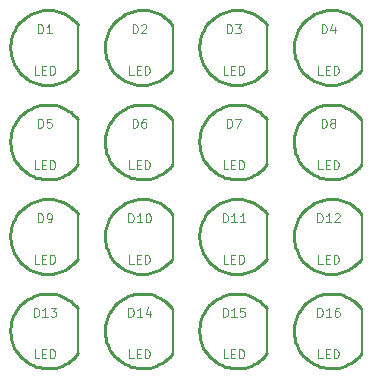
<source format=gto>
G04 (created by PCBNEW-RS274X (2011-aug-04)-testing) date Thu 14 Mar 2013 05:21:25 PM PDT*
G01*
G70*
G90*
%MOIN*%
G04 Gerber Fmt 3.4, Leading zero omitted, Abs format*
%FSLAX34Y34*%
G04 APERTURE LIST*
%ADD10C,0.006000*%
%ADD11C,0.008000*%
%ADD12C,0.010000*%
%ADD13C,0.003500*%
G04 APERTURE END LIST*
G54D10*
G54D11*
X22695Y-22325D02*
X22695Y-20825D01*
G54D12*
X22674Y-20825D02*
X22605Y-20741D01*
X22529Y-20663D01*
X22446Y-20592D01*
X22357Y-20528D01*
X22263Y-20473D01*
X22165Y-20426D01*
X22063Y-20387D01*
X21958Y-20358D01*
X21851Y-20338D01*
X21742Y-20327D01*
X21634Y-20326D01*
X21525Y-20335D01*
X21418Y-20352D01*
X21312Y-20379D01*
X21209Y-20416D01*
X21110Y-20461D01*
X21015Y-20514D01*
X20925Y-20576D01*
X20841Y-20645D01*
X20763Y-20721D01*
X20692Y-20804D01*
X20628Y-20893D01*
X20573Y-20987D01*
X20526Y-21085D01*
X20487Y-21187D01*
X20458Y-21292D01*
X20438Y-21399D01*
X20427Y-21508D01*
X20426Y-21616D01*
X20435Y-21725D01*
X20452Y-21832D01*
X20479Y-21938D01*
X20516Y-22041D01*
X20561Y-22140D01*
X20614Y-22235D01*
X20676Y-22325D01*
X20745Y-22409D01*
X20821Y-22487D01*
X20904Y-22558D01*
X20993Y-22622D01*
X21087Y-22677D01*
X21185Y-22724D01*
X21287Y-22763D01*
X21392Y-22792D01*
X21499Y-22812D01*
X21608Y-22823D01*
X21716Y-22824D01*
X21825Y-22815D01*
X21932Y-22798D01*
X22038Y-22771D01*
X22141Y-22734D01*
X22240Y-22689D01*
X22335Y-22636D01*
X22425Y-22574D01*
X22509Y-22505D01*
X22587Y-22429D01*
X22658Y-22346D01*
X22674Y-22325D01*
G54D11*
X25844Y-22325D02*
X25844Y-20825D01*
G54D12*
X25823Y-20825D02*
X25754Y-20741D01*
X25678Y-20663D01*
X25595Y-20592D01*
X25506Y-20528D01*
X25412Y-20473D01*
X25314Y-20426D01*
X25212Y-20387D01*
X25107Y-20358D01*
X25000Y-20338D01*
X24891Y-20327D01*
X24783Y-20326D01*
X24674Y-20335D01*
X24567Y-20352D01*
X24461Y-20379D01*
X24358Y-20416D01*
X24259Y-20461D01*
X24164Y-20514D01*
X24074Y-20576D01*
X23990Y-20645D01*
X23912Y-20721D01*
X23841Y-20804D01*
X23777Y-20893D01*
X23722Y-20987D01*
X23675Y-21085D01*
X23636Y-21187D01*
X23607Y-21292D01*
X23587Y-21399D01*
X23576Y-21508D01*
X23575Y-21616D01*
X23584Y-21725D01*
X23601Y-21832D01*
X23628Y-21938D01*
X23665Y-22041D01*
X23710Y-22140D01*
X23763Y-22235D01*
X23825Y-22325D01*
X23894Y-22409D01*
X23970Y-22487D01*
X24053Y-22558D01*
X24142Y-22622D01*
X24236Y-22677D01*
X24334Y-22724D01*
X24436Y-22763D01*
X24541Y-22792D01*
X24648Y-22812D01*
X24757Y-22823D01*
X24865Y-22824D01*
X24974Y-22815D01*
X25081Y-22798D01*
X25187Y-22771D01*
X25290Y-22734D01*
X25389Y-22689D01*
X25484Y-22636D01*
X25574Y-22574D01*
X25658Y-22505D01*
X25736Y-22429D01*
X25807Y-22346D01*
X25823Y-22325D01*
G54D11*
X28994Y-22325D02*
X28994Y-20825D01*
G54D12*
X28973Y-20825D02*
X28904Y-20741D01*
X28828Y-20663D01*
X28745Y-20592D01*
X28656Y-20528D01*
X28562Y-20473D01*
X28464Y-20426D01*
X28362Y-20387D01*
X28257Y-20358D01*
X28150Y-20338D01*
X28041Y-20327D01*
X27933Y-20326D01*
X27824Y-20335D01*
X27717Y-20352D01*
X27611Y-20379D01*
X27508Y-20416D01*
X27409Y-20461D01*
X27314Y-20514D01*
X27224Y-20576D01*
X27140Y-20645D01*
X27062Y-20721D01*
X26991Y-20804D01*
X26927Y-20893D01*
X26872Y-20987D01*
X26825Y-21085D01*
X26786Y-21187D01*
X26757Y-21292D01*
X26737Y-21399D01*
X26726Y-21508D01*
X26725Y-21616D01*
X26734Y-21725D01*
X26751Y-21832D01*
X26778Y-21938D01*
X26815Y-22041D01*
X26860Y-22140D01*
X26913Y-22235D01*
X26975Y-22325D01*
X27044Y-22409D01*
X27120Y-22487D01*
X27203Y-22558D01*
X27292Y-22622D01*
X27386Y-22677D01*
X27484Y-22724D01*
X27586Y-22763D01*
X27691Y-22792D01*
X27798Y-22812D01*
X27907Y-22823D01*
X28015Y-22824D01*
X28124Y-22815D01*
X28231Y-22798D01*
X28337Y-22771D01*
X28440Y-22734D01*
X28539Y-22689D01*
X28634Y-22636D01*
X28724Y-22574D01*
X28808Y-22505D01*
X28886Y-22429D01*
X28957Y-22346D01*
X28973Y-22325D01*
G54D11*
X32144Y-22325D02*
X32144Y-20825D01*
G54D12*
X32123Y-20825D02*
X32054Y-20741D01*
X31978Y-20663D01*
X31895Y-20592D01*
X31806Y-20528D01*
X31712Y-20473D01*
X31614Y-20426D01*
X31512Y-20387D01*
X31407Y-20358D01*
X31300Y-20338D01*
X31191Y-20327D01*
X31083Y-20326D01*
X30974Y-20335D01*
X30867Y-20352D01*
X30761Y-20379D01*
X30658Y-20416D01*
X30559Y-20461D01*
X30464Y-20514D01*
X30374Y-20576D01*
X30290Y-20645D01*
X30212Y-20721D01*
X30141Y-20804D01*
X30077Y-20893D01*
X30022Y-20987D01*
X29975Y-21085D01*
X29936Y-21187D01*
X29907Y-21292D01*
X29887Y-21399D01*
X29876Y-21508D01*
X29875Y-21616D01*
X29884Y-21725D01*
X29901Y-21832D01*
X29928Y-21938D01*
X29965Y-22041D01*
X30010Y-22140D01*
X30063Y-22235D01*
X30125Y-22325D01*
X30194Y-22409D01*
X30270Y-22487D01*
X30353Y-22558D01*
X30442Y-22622D01*
X30536Y-22677D01*
X30634Y-22724D01*
X30736Y-22763D01*
X30841Y-22792D01*
X30948Y-22812D01*
X31057Y-22823D01*
X31165Y-22824D01*
X31274Y-22815D01*
X31381Y-22798D01*
X31487Y-22771D01*
X31590Y-22734D01*
X31689Y-22689D01*
X31784Y-22636D01*
X31874Y-22574D01*
X31958Y-22505D01*
X32036Y-22429D01*
X32107Y-22346D01*
X32123Y-22325D01*
G54D11*
X22695Y-25474D02*
X22695Y-23974D01*
G54D12*
X22674Y-23974D02*
X22605Y-23890D01*
X22529Y-23812D01*
X22446Y-23741D01*
X22357Y-23677D01*
X22263Y-23622D01*
X22165Y-23575D01*
X22063Y-23536D01*
X21958Y-23507D01*
X21851Y-23487D01*
X21742Y-23476D01*
X21634Y-23475D01*
X21525Y-23484D01*
X21418Y-23501D01*
X21312Y-23528D01*
X21209Y-23565D01*
X21110Y-23610D01*
X21015Y-23663D01*
X20925Y-23725D01*
X20841Y-23794D01*
X20763Y-23870D01*
X20692Y-23953D01*
X20628Y-24042D01*
X20573Y-24136D01*
X20526Y-24234D01*
X20487Y-24336D01*
X20458Y-24441D01*
X20438Y-24548D01*
X20427Y-24657D01*
X20426Y-24765D01*
X20435Y-24874D01*
X20452Y-24981D01*
X20479Y-25087D01*
X20516Y-25190D01*
X20561Y-25289D01*
X20614Y-25384D01*
X20676Y-25474D01*
X20745Y-25558D01*
X20821Y-25636D01*
X20904Y-25707D01*
X20993Y-25771D01*
X21087Y-25826D01*
X21185Y-25873D01*
X21287Y-25912D01*
X21392Y-25941D01*
X21499Y-25961D01*
X21608Y-25972D01*
X21716Y-25973D01*
X21825Y-25964D01*
X21932Y-25947D01*
X22038Y-25920D01*
X22141Y-25883D01*
X22240Y-25838D01*
X22335Y-25785D01*
X22425Y-25723D01*
X22509Y-25654D01*
X22587Y-25578D01*
X22658Y-25495D01*
X22674Y-25474D01*
G54D11*
X25844Y-25474D02*
X25844Y-23974D01*
G54D12*
X25823Y-23974D02*
X25754Y-23890D01*
X25678Y-23812D01*
X25595Y-23741D01*
X25506Y-23677D01*
X25412Y-23622D01*
X25314Y-23575D01*
X25212Y-23536D01*
X25107Y-23507D01*
X25000Y-23487D01*
X24891Y-23476D01*
X24783Y-23475D01*
X24674Y-23484D01*
X24567Y-23501D01*
X24461Y-23528D01*
X24358Y-23565D01*
X24259Y-23610D01*
X24164Y-23663D01*
X24074Y-23725D01*
X23990Y-23794D01*
X23912Y-23870D01*
X23841Y-23953D01*
X23777Y-24042D01*
X23722Y-24136D01*
X23675Y-24234D01*
X23636Y-24336D01*
X23607Y-24441D01*
X23587Y-24548D01*
X23576Y-24657D01*
X23575Y-24765D01*
X23584Y-24874D01*
X23601Y-24981D01*
X23628Y-25087D01*
X23665Y-25190D01*
X23710Y-25289D01*
X23763Y-25384D01*
X23825Y-25474D01*
X23894Y-25558D01*
X23970Y-25636D01*
X24053Y-25707D01*
X24142Y-25771D01*
X24236Y-25826D01*
X24334Y-25873D01*
X24436Y-25912D01*
X24541Y-25941D01*
X24648Y-25961D01*
X24757Y-25972D01*
X24865Y-25973D01*
X24974Y-25964D01*
X25081Y-25947D01*
X25187Y-25920D01*
X25290Y-25883D01*
X25389Y-25838D01*
X25484Y-25785D01*
X25574Y-25723D01*
X25658Y-25654D01*
X25736Y-25578D01*
X25807Y-25495D01*
X25823Y-25474D01*
G54D11*
X28994Y-25474D02*
X28994Y-23974D01*
G54D12*
X28973Y-23974D02*
X28904Y-23890D01*
X28828Y-23812D01*
X28745Y-23741D01*
X28656Y-23677D01*
X28562Y-23622D01*
X28464Y-23575D01*
X28362Y-23536D01*
X28257Y-23507D01*
X28150Y-23487D01*
X28041Y-23476D01*
X27933Y-23475D01*
X27824Y-23484D01*
X27717Y-23501D01*
X27611Y-23528D01*
X27508Y-23565D01*
X27409Y-23610D01*
X27314Y-23663D01*
X27224Y-23725D01*
X27140Y-23794D01*
X27062Y-23870D01*
X26991Y-23953D01*
X26927Y-24042D01*
X26872Y-24136D01*
X26825Y-24234D01*
X26786Y-24336D01*
X26757Y-24441D01*
X26737Y-24548D01*
X26726Y-24657D01*
X26725Y-24765D01*
X26734Y-24874D01*
X26751Y-24981D01*
X26778Y-25087D01*
X26815Y-25190D01*
X26860Y-25289D01*
X26913Y-25384D01*
X26975Y-25474D01*
X27044Y-25558D01*
X27120Y-25636D01*
X27203Y-25707D01*
X27292Y-25771D01*
X27386Y-25826D01*
X27484Y-25873D01*
X27586Y-25912D01*
X27691Y-25941D01*
X27798Y-25961D01*
X27907Y-25972D01*
X28015Y-25973D01*
X28124Y-25964D01*
X28231Y-25947D01*
X28337Y-25920D01*
X28440Y-25883D01*
X28539Y-25838D01*
X28634Y-25785D01*
X28724Y-25723D01*
X28808Y-25654D01*
X28886Y-25578D01*
X28957Y-25495D01*
X28973Y-25474D01*
G54D11*
X32144Y-25474D02*
X32144Y-23974D01*
G54D12*
X32123Y-23974D02*
X32054Y-23890D01*
X31978Y-23812D01*
X31895Y-23741D01*
X31806Y-23677D01*
X31712Y-23622D01*
X31614Y-23575D01*
X31512Y-23536D01*
X31407Y-23507D01*
X31300Y-23487D01*
X31191Y-23476D01*
X31083Y-23475D01*
X30974Y-23484D01*
X30867Y-23501D01*
X30761Y-23528D01*
X30658Y-23565D01*
X30559Y-23610D01*
X30464Y-23663D01*
X30374Y-23725D01*
X30290Y-23794D01*
X30212Y-23870D01*
X30141Y-23953D01*
X30077Y-24042D01*
X30022Y-24136D01*
X29975Y-24234D01*
X29936Y-24336D01*
X29907Y-24441D01*
X29887Y-24548D01*
X29876Y-24657D01*
X29875Y-24765D01*
X29884Y-24874D01*
X29901Y-24981D01*
X29928Y-25087D01*
X29965Y-25190D01*
X30010Y-25289D01*
X30063Y-25384D01*
X30125Y-25474D01*
X30194Y-25558D01*
X30270Y-25636D01*
X30353Y-25707D01*
X30442Y-25771D01*
X30536Y-25826D01*
X30634Y-25873D01*
X30736Y-25912D01*
X30841Y-25941D01*
X30948Y-25961D01*
X31057Y-25972D01*
X31165Y-25973D01*
X31274Y-25964D01*
X31381Y-25947D01*
X31487Y-25920D01*
X31590Y-25883D01*
X31689Y-25838D01*
X31784Y-25785D01*
X31874Y-25723D01*
X31958Y-25654D01*
X32036Y-25578D01*
X32107Y-25495D01*
X32123Y-25474D01*
G54D11*
X22695Y-28624D02*
X22695Y-27124D01*
G54D12*
X22674Y-27124D02*
X22605Y-27040D01*
X22529Y-26962D01*
X22446Y-26891D01*
X22357Y-26827D01*
X22263Y-26772D01*
X22165Y-26725D01*
X22063Y-26686D01*
X21958Y-26657D01*
X21851Y-26637D01*
X21742Y-26626D01*
X21634Y-26625D01*
X21525Y-26634D01*
X21418Y-26651D01*
X21312Y-26678D01*
X21209Y-26715D01*
X21110Y-26760D01*
X21015Y-26813D01*
X20925Y-26875D01*
X20841Y-26944D01*
X20763Y-27020D01*
X20692Y-27103D01*
X20628Y-27192D01*
X20573Y-27286D01*
X20526Y-27384D01*
X20487Y-27486D01*
X20458Y-27591D01*
X20438Y-27698D01*
X20427Y-27807D01*
X20426Y-27915D01*
X20435Y-28024D01*
X20452Y-28131D01*
X20479Y-28237D01*
X20516Y-28340D01*
X20561Y-28439D01*
X20614Y-28534D01*
X20676Y-28624D01*
X20745Y-28708D01*
X20821Y-28786D01*
X20904Y-28857D01*
X20993Y-28921D01*
X21087Y-28976D01*
X21185Y-29023D01*
X21287Y-29062D01*
X21392Y-29091D01*
X21499Y-29111D01*
X21608Y-29122D01*
X21716Y-29123D01*
X21825Y-29114D01*
X21932Y-29097D01*
X22038Y-29070D01*
X22141Y-29033D01*
X22240Y-28988D01*
X22335Y-28935D01*
X22425Y-28873D01*
X22509Y-28804D01*
X22587Y-28728D01*
X22658Y-28645D01*
X22674Y-28624D01*
G54D11*
X25844Y-28624D02*
X25844Y-27124D01*
G54D12*
X25823Y-27124D02*
X25754Y-27040D01*
X25678Y-26962D01*
X25595Y-26891D01*
X25506Y-26827D01*
X25412Y-26772D01*
X25314Y-26725D01*
X25212Y-26686D01*
X25107Y-26657D01*
X25000Y-26637D01*
X24891Y-26626D01*
X24783Y-26625D01*
X24674Y-26634D01*
X24567Y-26651D01*
X24461Y-26678D01*
X24358Y-26715D01*
X24259Y-26760D01*
X24164Y-26813D01*
X24074Y-26875D01*
X23990Y-26944D01*
X23912Y-27020D01*
X23841Y-27103D01*
X23777Y-27192D01*
X23722Y-27286D01*
X23675Y-27384D01*
X23636Y-27486D01*
X23607Y-27591D01*
X23587Y-27698D01*
X23576Y-27807D01*
X23575Y-27915D01*
X23584Y-28024D01*
X23601Y-28131D01*
X23628Y-28237D01*
X23665Y-28340D01*
X23710Y-28439D01*
X23763Y-28534D01*
X23825Y-28624D01*
X23894Y-28708D01*
X23970Y-28786D01*
X24053Y-28857D01*
X24142Y-28921D01*
X24236Y-28976D01*
X24334Y-29023D01*
X24436Y-29062D01*
X24541Y-29091D01*
X24648Y-29111D01*
X24757Y-29122D01*
X24865Y-29123D01*
X24974Y-29114D01*
X25081Y-29097D01*
X25187Y-29070D01*
X25290Y-29033D01*
X25389Y-28988D01*
X25484Y-28935D01*
X25574Y-28873D01*
X25658Y-28804D01*
X25736Y-28728D01*
X25807Y-28645D01*
X25823Y-28624D01*
G54D11*
X28994Y-28624D02*
X28994Y-27124D01*
G54D12*
X28973Y-27124D02*
X28904Y-27040D01*
X28828Y-26962D01*
X28745Y-26891D01*
X28656Y-26827D01*
X28562Y-26772D01*
X28464Y-26725D01*
X28362Y-26686D01*
X28257Y-26657D01*
X28150Y-26637D01*
X28041Y-26626D01*
X27933Y-26625D01*
X27824Y-26634D01*
X27717Y-26651D01*
X27611Y-26678D01*
X27508Y-26715D01*
X27409Y-26760D01*
X27314Y-26813D01*
X27224Y-26875D01*
X27140Y-26944D01*
X27062Y-27020D01*
X26991Y-27103D01*
X26927Y-27192D01*
X26872Y-27286D01*
X26825Y-27384D01*
X26786Y-27486D01*
X26757Y-27591D01*
X26737Y-27698D01*
X26726Y-27807D01*
X26725Y-27915D01*
X26734Y-28024D01*
X26751Y-28131D01*
X26778Y-28237D01*
X26815Y-28340D01*
X26860Y-28439D01*
X26913Y-28534D01*
X26975Y-28624D01*
X27044Y-28708D01*
X27120Y-28786D01*
X27203Y-28857D01*
X27292Y-28921D01*
X27386Y-28976D01*
X27484Y-29023D01*
X27586Y-29062D01*
X27691Y-29091D01*
X27798Y-29111D01*
X27907Y-29122D01*
X28015Y-29123D01*
X28124Y-29114D01*
X28231Y-29097D01*
X28337Y-29070D01*
X28440Y-29033D01*
X28539Y-28988D01*
X28634Y-28935D01*
X28724Y-28873D01*
X28808Y-28804D01*
X28886Y-28728D01*
X28957Y-28645D01*
X28973Y-28624D01*
G54D11*
X32144Y-28624D02*
X32144Y-27124D01*
G54D12*
X32123Y-27124D02*
X32054Y-27040D01*
X31978Y-26962D01*
X31895Y-26891D01*
X31806Y-26827D01*
X31712Y-26772D01*
X31614Y-26725D01*
X31512Y-26686D01*
X31407Y-26657D01*
X31300Y-26637D01*
X31191Y-26626D01*
X31083Y-26625D01*
X30974Y-26634D01*
X30867Y-26651D01*
X30761Y-26678D01*
X30658Y-26715D01*
X30559Y-26760D01*
X30464Y-26813D01*
X30374Y-26875D01*
X30290Y-26944D01*
X30212Y-27020D01*
X30141Y-27103D01*
X30077Y-27192D01*
X30022Y-27286D01*
X29975Y-27384D01*
X29936Y-27486D01*
X29907Y-27591D01*
X29887Y-27698D01*
X29876Y-27807D01*
X29875Y-27915D01*
X29884Y-28024D01*
X29901Y-28131D01*
X29928Y-28237D01*
X29965Y-28340D01*
X30010Y-28439D01*
X30063Y-28534D01*
X30125Y-28624D01*
X30194Y-28708D01*
X30270Y-28786D01*
X30353Y-28857D01*
X30442Y-28921D01*
X30536Y-28976D01*
X30634Y-29023D01*
X30736Y-29062D01*
X30841Y-29091D01*
X30948Y-29111D01*
X31057Y-29122D01*
X31165Y-29123D01*
X31274Y-29114D01*
X31381Y-29097D01*
X31487Y-29070D01*
X31590Y-29033D01*
X31689Y-28988D01*
X31784Y-28935D01*
X31874Y-28873D01*
X31958Y-28804D01*
X32036Y-28728D01*
X32107Y-28645D01*
X32123Y-28624D01*
G54D11*
X22695Y-31774D02*
X22695Y-30274D01*
G54D12*
X22674Y-30274D02*
X22605Y-30190D01*
X22529Y-30112D01*
X22446Y-30041D01*
X22357Y-29977D01*
X22263Y-29922D01*
X22165Y-29875D01*
X22063Y-29836D01*
X21958Y-29807D01*
X21851Y-29787D01*
X21742Y-29776D01*
X21634Y-29775D01*
X21525Y-29784D01*
X21418Y-29801D01*
X21312Y-29828D01*
X21209Y-29865D01*
X21110Y-29910D01*
X21015Y-29963D01*
X20925Y-30025D01*
X20841Y-30094D01*
X20763Y-30170D01*
X20692Y-30253D01*
X20628Y-30342D01*
X20573Y-30436D01*
X20526Y-30534D01*
X20487Y-30636D01*
X20458Y-30741D01*
X20438Y-30848D01*
X20427Y-30957D01*
X20426Y-31065D01*
X20435Y-31174D01*
X20452Y-31281D01*
X20479Y-31387D01*
X20516Y-31490D01*
X20561Y-31589D01*
X20614Y-31684D01*
X20676Y-31774D01*
X20745Y-31858D01*
X20821Y-31936D01*
X20904Y-32007D01*
X20993Y-32071D01*
X21087Y-32126D01*
X21185Y-32173D01*
X21287Y-32212D01*
X21392Y-32241D01*
X21499Y-32261D01*
X21608Y-32272D01*
X21716Y-32273D01*
X21825Y-32264D01*
X21932Y-32247D01*
X22038Y-32220D01*
X22141Y-32183D01*
X22240Y-32138D01*
X22335Y-32085D01*
X22425Y-32023D01*
X22509Y-31954D01*
X22587Y-31878D01*
X22658Y-31795D01*
X22674Y-31774D01*
G54D11*
X25844Y-31774D02*
X25844Y-30274D01*
G54D12*
X25823Y-30274D02*
X25754Y-30190D01*
X25678Y-30112D01*
X25595Y-30041D01*
X25506Y-29977D01*
X25412Y-29922D01*
X25314Y-29875D01*
X25212Y-29836D01*
X25107Y-29807D01*
X25000Y-29787D01*
X24891Y-29776D01*
X24783Y-29775D01*
X24674Y-29784D01*
X24567Y-29801D01*
X24461Y-29828D01*
X24358Y-29865D01*
X24259Y-29910D01*
X24164Y-29963D01*
X24074Y-30025D01*
X23990Y-30094D01*
X23912Y-30170D01*
X23841Y-30253D01*
X23777Y-30342D01*
X23722Y-30436D01*
X23675Y-30534D01*
X23636Y-30636D01*
X23607Y-30741D01*
X23587Y-30848D01*
X23576Y-30957D01*
X23575Y-31065D01*
X23584Y-31174D01*
X23601Y-31281D01*
X23628Y-31387D01*
X23665Y-31490D01*
X23710Y-31589D01*
X23763Y-31684D01*
X23825Y-31774D01*
X23894Y-31858D01*
X23970Y-31936D01*
X24053Y-32007D01*
X24142Y-32071D01*
X24236Y-32126D01*
X24334Y-32173D01*
X24436Y-32212D01*
X24541Y-32241D01*
X24648Y-32261D01*
X24757Y-32272D01*
X24865Y-32273D01*
X24974Y-32264D01*
X25081Y-32247D01*
X25187Y-32220D01*
X25290Y-32183D01*
X25389Y-32138D01*
X25484Y-32085D01*
X25574Y-32023D01*
X25658Y-31954D01*
X25736Y-31878D01*
X25807Y-31795D01*
X25823Y-31774D01*
G54D11*
X28994Y-31774D02*
X28994Y-30274D01*
G54D12*
X28973Y-30274D02*
X28904Y-30190D01*
X28828Y-30112D01*
X28745Y-30041D01*
X28656Y-29977D01*
X28562Y-29922D01*
X28464Y-29875D01*
X28362Y-29836D01*
X28257Y-29807D01*
X28150Y-29787D01*
X28041Y-29776D01*
X27933Y-29775D01*
X27824Y-29784D01*
X27717Y-29801D01*
X27611Y-29828D01*
X27508Y-29865D01*
X27409Y-29910D01*
X27314Y-29963D01*
X27224Y-30025D01*
X27140Y-30094D01*
X27062Y-30170D01*
X26991Y-30253D01*
X26927Y-30342D01*
X26872Y-30436D01*
X26825Y-30534D01*
X26786Y-30636D01*
X26757Y-30741D01*
X26737Y-30848D01*
X26726Y-30957D01*
X26725Y-31065D01*
X26734Y-31174D01*
X26751Y-31281D01*
X26778Y-31387D01*
X26815Y-31490D01*
X26860Y-31589D01*
X26913Y-31684D01*
X26975Y-31774D01*
X27044Y-31858D01*
X27120Y-31936D01*
X27203Y-32007D01*
X27292Y-32071D01*
X27386Y-32126D01*
X27484Y-32173D01*
X27586Y-32212D01*
X27691Y-32241D01*
X27798Y-32261D01*
X27907Y-32272D01*
X28015Y-32273D01*
X28124Y-32264D01*
X28231Y-32247D01*
X28337Y-32220D01*
X28440Y-32183D01*
X28539Y-32138D01*
X28634Y-32085D01*
X28724Y-32023D01*
X28808Y-31954D01*
X28886Y-31878D01*
X28957Y-31795D01*
X28973Y-31774D01*
G54D11*
X32144Y-31774D02*
X32144Y-30274D01*
G54D12*
X32123Y-30274D02*
X32054Y-30190D01*
X31978Y-30112D01*
X31895Y-30041D01*
X31806Y-29977D01*
X31712Y-29922D01*
X31614Y-29875D01*
X31512Y-29836D01*
X31407Y-29807D01*
X31300Y-29787D01*
X31191Y-29776D01*
X31083Y-29775D01*
X30974Y-29784D01*
X30867Y-29801D01*
X30761Y-29828D01*
X30658Y-29865D01*
X30559Y-29910D01*
X30464Y-29963D01*
X30374Y-30025D01*
X30290Y-30094D01*
X30212Y-30170D01*
X30141Y-30253D01*
X30077Y-30342D01*
X30022Y-30436D01*
X29975Y-30534D01*
X29936Y-30636D01*
X29907Y-30741D01*
X29887Y-30848D01*
X29876Y-30957D01*
X29875Y-31065D01*
X29884Y-31174D01*
X29901Y-31281D01*
X29928Y-31387D01*
X29965Y-31490D01*
X30010Y-31589D01*
X30063Y-31684D01*
X30125Y-31774D01*
X30194Y-31858D01*
X30270Y-31936D01*
X30353Y-32007D01*
X30442Y-32071D01*
X30536Y-32126D01*
X30634Y-32173D01*
X30736Y-32212D01*
X30841Y-32241D01*
X30948Y-32261D01*
X31057Y-32272D01*
X31165Y-32273D01*
X31274Y-32264D01*
X31381Y-32247D01*
X31487Y-32220D01*
X31590Y-32183D01*
X31689Y-32138D01*
X31784Y-32085D01*
X31874Y-32023D01*
X31958Y-31954D01*
X32036Y-31878D01*
X32107Y-31795D01*
X32123Y-31774D01*
G54D13*
X21353Y-21105D02*
X21353Y-20805D01*
X21425Y-20805D01*
X21468Y-20820D01*
X21496Y-20848D01*
X21511Y-20877D01*
X21525Y-20934D01*
X21525Y-20977D01*
X21511Y-21034D01*
X21496Y-21063D01*
X21468Y-21091D01*
X21425Y-21105D01*
X21353Y-21105D01*
X21811Y-21105D02*
X21639Y-21105D01*
X21725Y-21105D02*
X21725Y-20805D01*
X21696Y-20848D01*
X21668Y-20877D01*
X21639Y-20891D01*
X21382Y-22483D02*
X21239Y-22483D01*
X21239Y-22183D01*
X21482Y-22326D02*
X21582Y-22326D01*
X21625Y-22483D02*
X21482Y-22483D01*
X21482Y-22183D01*
X21625Y-22183D01*
X21753Y-22483D02*
X21753Y-22183D01*
X21825Y-22183D01*
X21868Y-22198D01*
X21896Y-22226D01*
X21911Y-22255D01*
X21925Y-22312D01*
X21925Y-22355D01*
X21911Y-22412D01*
X21896Y-22441D01*
X21868Y-22469D01*
X21825Y-22483D01*
X21753Y-22483D01*
X24502Y-21105D02*
X24502Y-20805D01*
X24574Y-20805D01*
X24617Y-20820D01*
X24645Y-20848D01*
X24660Y-20877D01*
X24674Y-20934D01*
X24674Y-20977D01*
X24660Y-21034D01*
X24645Y-21063D01*
X24617Y-21091D01*
X24574Y-21105D01*
X24502Y-21105D01*
X24788Y-20834D02*
X24802Y-20820D01*
X24831Y-20805D01*
X24902Y-20805D01*
X24931Y-20820D01*
X24945Y-20834D01*
X24960Y-20863D01*
X24960Y-20891D01*
X24945Y-20934D01*
X24774Y-21105D01*
X24960Y-21105D01*
X24531Y-22483D02*
X24388Y-22483D01*
X24388Y-22183D01*
X24631Y-22326D02*
X24731Y-22326D01*
X24774Y-22483D02*
X24631Y-22483D01*
X24631Y-22183D01*
X24774Y-22183D01*
X24902Y-22483D02*
X24902Y-22183D01*
X24974Y-22183D01*
X25017Y-22198D01*
X25045Y-22226D01*
X25060Y-22255D01*
X25074Y-22312D01*
X25074Y-22355D01*
X25060Y-22412D01*
X25045Y-22441D01*
X25017Y-22469D01*
X24974Y-22483D01*
X24902Y-22483D01*
X27652Y-21105D02*
X27652Y-20805D01*
X27724Y-20805D01*
X27767Y-20820D01*
X27795Y-20848D01*
X27810Y-20877D01*
X27824Y-20934D01*
X27824Y-20977D01*
X27810Y-21034D01*
X27795Y-21063D01*
X27767Y-21091D01*
X27724Y-21105D01*
X27652Y-21105D01*
X27924Y-20805D02*
X28110Y-20805D01*
X28010Y-20920D01*
X28052Y-20920D01*
X28081Y-20934D01*
X28095Y-20948D01*
X28110Y-20977D01*
X28110Y-21048D01*
X28095Y-21077D01*
X28081Y-21091D01*
X28052Y-21105D01*
X27967Y-21105D01*
X27938Y-21091D01*
X27924Y-21077D01*
X27681Y-22483D02*
X27538Y-22483D01*
X27538Y-22183D01*
X27781Y-22326D02*
X27881Y-22326D01*
X27924Y-22483D02*
X27781Y-22483D01*
X27781Y-22183D01*
X27924Y-22183D01*
X28052Y-22483D02*
X28052Y-22183D01*
X28124Y-22183D01*
X28167Y-22198D01*
X28195Y-22226D01*
X28210Y-22255D01*
X28224Y-22312D01*
X28224Y-22355D01*
X28210Y-22412D01*
X28195Y-22441D01*
X28167Y-22469D01*
X28124Y-22483D01*
X28052Y-22483D01*
X30802Y-21105D02*
X30802Y-20805D01*
X30874Y-20805D01*
X30917Y-20820D01*
X30945Y-20848D01*
X30960Y-20877D01*
X30974Y-20934D01*
X30974Y-20977D01*
X30960Y-21034D01*
X30945Y-21063D01*
X30917Y-21091D01*
X30874Y-21105D01*
X30802Y-21105D01*
X31231Y-20905D02*
X31231Y-21105D01*
X31160Y-20791D02*
X31088Y-21005D01*
X31274Y-21005D01*
X30831Y-22483D02*
X30688Y-22483D01*
X30688Y-22183D01*
X30931Y-22326D02*
X31031Y-22326D01*
X31074Y-22483D02*
X30931Y-22483D01*
X30931Y-22183D01*
X31074Y-22183D01*
X31202Y-22483D02*
X31202Y-22183D01*
X31274Y-22183D01*
X31317Y-22198D01*
X31345Y-22226D01*
X31360Y-22255D01*
X31374Y-22312D01*
X31374Y-22355D01*
X31360Y-22412D01*
X31345Y-22441D01*
X31317Y-22469D01*
X31274Y-22483D01*
X31202Y-22483D01*
X21353Y-24254D02*
X21353Y-23954D01*
X21425Y-23954D01*
X21468Y-23969D01*
X21496Y-23997D01*
X21511Y-24026D01*
X21525Y-24083D01*
X21525Y-24126D01*
X21511Y-24183D01*
X21496Y-24212D01*
X21468Y-24240D01*
X21425Y-24254D01*
X21353Y-24254D01*
X21796Y-23954D02*
X21653Y-23954D01*
X21639Y-24097D01*
X21653Y-24083D01*
X21682Y-24069D01*
X21753Y-24069D01*
X21782Y-24083D01*
X21796Y-24097D01*
X21811Y-24126D01*
X21811Y-24197D01*
X21796Y-24226D01*
X21782Y-24240D01*
X21753Y-24254D01*
X21682Y-24254D01*
X21653Y-24240D01*
X21639Y-24226D01*
X21382Y-25632D02*
X21239Y-25632D01*
X21239Y-25332D01*
X21482Y-25475D02*
X21582Y-25475D01*
X21625Y-25632D02*
X21482Y-25632D01*
X21482Y-25332D01*
X21625Y-25332D01*
X21753Y-25632D02*
X21753Y-25332D01*
X21825Y-25332D01*
X21868Y-25347D01*
X21896Y-25375D01*
X21911Y-25404D01*
X21925Y-25461D01*
X21925Y-25504D01*
X21911Y-25561D01*
X21896Y-25590D01*
X21868Y-25618D01*
X21825Y-25632D01*
X21753Y-25632D01*
X24502Y-24254D02*
X24502Y-23954D01*
X24574Y-23954D01*
X24617Y-23969D01*
X24645Y-23997D01*
X24660Y-24026D01*
X24674Y-24083D01*
X24674Y-24126D01*
X24660Y-24183D01*
X24645Y-24212D01*
X24617Y-24240D01*
X24574Y-24254D01*
X24502Y-24254D01*
X24931Y-23954D02*
X24874Y-23954D01*
X24845Y-23969D01*
X24831Y-23983D01*
X24802Y-24026D01*
X24788Y-24083D01*
X24788Y-24197D01*
X24802Y-24226D01*
X24817Y-24240D01*
X24845Y-24254D01*
X24902Y-24254D01*
X24931Y-24240D01*
X24945Y-24226D01*
X24960Y-24197D01*
X24960Y-24126D01*
X24945Y-24097D01*
X24931Y-24083D01*
X24902Y-24069D01*
X24845Y-24069D01*
X24817Y-24083D01*
X24802Y-24097D01*
X24788Y-24126D01*
X24531Y-25632D02*
X24388Y-25632D01*
X24388Y-25332D01*
X24631Y-25475D02*
X24731Y-25475D01*
X24774Y-25632D02*
X24631Y-25632D01*
X24631Y-25332D01*
X24774Y-25332D01*
X24902Y-25632D02*
X24902Y-25332D01*
X24974Y-25332D01*
X25017Y-25347D01*
X25045Y-25375D01*
X25060Y-25404D01*
X25074Y-25461D01*
X25074Y-25504D01*
X25060Y-25561D01*
X25045Y-25590D01*
X25017Y-25618D01*
X24974Y-25632D01*
X24902Y-25632D01*
X27652Y-24254D02*
X27652Y-23954D01*
X27724Y-23954D01*
X27767Y-23969D01*
X27795Y-23997D01*
X27810Y-24026D01*
X27824Y-24083D01*
X27824Y-24126D01*
X27810Y-24183D01*
X27795Y-24212D01*
X27767Y-24240D01*
X27724Y-24254D01*
X27652Y-24254D01*
X27924Y-23954D02*
X28124Y-23954D01*
X27995Y-24254D01*
X27681Y-25632D02*
X27538Y-25632D01*
X27538Y-25332D01*
X27781Y-25475D02*
X27881Y-25475D01*
X27924Y-25632D02*
X27781Y-25632D01*
X27781Y-25332D01*
X27924Y-25332D01*
X28052Y-25632D02*
X28052Y-25332D01*
X28124Y-25332D01*
X28167Y-25347D01*
X28195Y-25375D01*
X28210Y-25404D01*
X28224Y-25461D01*
X28224Y-25504D01*
X28210Y-25561D01*
X28195Y-25590D01*
X28167Y-25618D01*
X28124Y-25632D01*
X28052Y-25632D01*
X30802Y-24254D02*
X30802Y-23954D01*
X30874Y-23954D01*
X30917Y-23969D01*
X30945Y-23997D01*
X30960Y-24026D01*
X30974Y-24083D01*
X30974Y-24126D01*
X30960Y-24183D01*
X30945Y-24212D01*
X30917Y-24240D01*
X30874Y-24254D01*
X30802Y-24254D01*
X31145Y-24083D02*
X31117Y-24069D01*
X31102Y-24054D01*
X31088Y-24026D01*
X31088Y-24012D01*
X31102Y-23983D01*
X31117Y-23969D01*
X31145Y-23954D01*
X31202Y-23954D01*
X31231Y-23969D01*
X31245Y-23983D01*
X31260Y-24012D01*
X31260Y-24026D01*
X31245Y-24054D01*
X31231Y-24069D01*
X31202Y-24083D01*
X31145Y-24083D01*
X31117Y-24097D01*
X31102Y-24112D01*
X31088Y-24140D01*
X31088Y-24197D01*
X31102Y-24226D01*
X31117Y-24240D01*
X31145Y-24254D01*
X31202Y-24254D01*
X31231Y-24240D01*
X31245Y-24226D01*
X31260Y-24197D01*
X31260Y-24140D01*
X31245Y-24112D01*
X31231Y-24097D01*
X31202Y-24083D01*
X30831Y-25632D02*
X30688Y-25632D01*
X30688Y-25332D01*
X30931Y-25475D02*
X31031Y-25475D01*
X31074Y-25632D02*
X30931Y-25632D01*
X30931Y-25332D01*
X31074Y-25332D01*
X31202Y-25632D02*
X31202Y-25332D01*
X31274Y-25332D01*
X31317Y-25347D01*
X31345Y-25375D01*
X31360Y-25404D01*
X31374Y-25461D01*
X31374Y-25504D01*
X31360Y-25561D01*
X31345Y-25590D01*
X31317Y-25618D01*
X31274Y-25632D01*
X31202Y-25632D01*
X21353Y-27404D02*
X21353Y-27104D01*
X21425Y-27104D01*
X21468Y-27119D01*
X21496Y-27147D01*
X21511Y-27176D01*
X21525Y-27233D01*
X21525Y-27276D01*
X21511Y-27333D01*
X21496Y-27362D01*
X21468Y-27390D01*
X21425Y-27404D01*
X21353Y-27404D01*
X21668Y-27404D02*
X21725Y-27404D01*
X21753Y-27390D01*
X21768Y-27376D01*
X21796Y-27333D01*
X21811Y-27276D01*
X21811Y-27162D01*
X21796Y-27133D01*
X21782Y-27119D01*
X21753Y-27104D01*
X21696Y-27104D01*
X21668Y-27119D01*
X21653Y-27133D01*
X21639Y-27162D01*
X21639Y-27233D01*
X21653Y-27262D01*
X21668Y-27276D01*
X21696Y-27290D01*
X21753Y-27290D01*
X21782Y-27276D01*
X21796Y-27262D01*
X21811Y-27233D01*
X21382Y-28782D02*
X21239Y-28782D01*
X21239Y-28482D01*
X21482Y-28625D02*
X21582Y-28625D01*
X21625Y-28782D02*
X21482Y-28782D01*
X21482Y-28482D01*
X21625Y-28482D01*
X21753Y-28782D02*
X21753Y-28482D01*
X21825Y-28482D01*
X21868Y-28497D01*
X21896Y-28525D01*
X21911Y-28554D01*
X21925Y-28611D01*
X21925Y-28654D01*
X21911Y-28711D01*
X21896Y-28740D01*
X21868Y-28768D01*
X21825Y-28782D01*
X21753Y-28782D01*
X24359Y-27404D02*
X24359Y-27104D01*
X24431Y-27104D01*
X24474Y-27119D01*
X24502Y-27147D01*
X24517Y-27176D01*
X24531Y-27233D01*
X24531Y-27276D01*
X24517Y-27333D01*
X24502Y-27362D01*
X24474Y-27390D01*
X24431Y-27404D01*
X24359Y-27404D01*
X24817Y-27404D02*
X24645Y-27404D01*
X24731Y-27404D02*
X24731Y-27104D01*
X24702Y-27147D01*
X24674Y-27176D01*
X24645Y-27190D01*
X25003Y-27104D02*
X25031Y-27104D01*
X25060Y-27119D01*
X25074Y-27133D01*
X25088Y-27162D01*
X25103Y-27219D01*
X25103Y-27290D01*
X25088Y-27347D01*
X25074Y-27376D01*
X25060Y-27390D01*
X25031Y-27404D01*
X25003Y-27404D01*
X24974Y-27390D01*
X24960Y-27376D01*
X24945Y-27347D01*
X24931Y-27290D01*
X24931Y-27219D01*
X24945Y-27162D01*
X24960Y-27133D01*
X24974Y-27119D01*
X25003Y-27104D01*
X24531Y-28782D02*
X24388Y-28782D01*
X24388Y-28482D01*
X24631Y-28625D02*
X24731Y-28625D01*
X24774Y-28782D02*
X24631Y-28782D01*
X24631Y-28482D01*
X24774Y-28482D01*
X24902Y-28782D02*
X24902Y-28482D01*
X24974Y-28482D01*
X25017Y-28497D01*
X25045Y-28525D01*
X25060Y-28554D01*
X25074Y-28611D01*
X25074Y-28654D01*
X25060Y-28711D01*
X25045Y-28740D01*
X25017Y-28768D01*
X24974Y-28782D01*
X24902Y-28782D01*
X27509Y-27404D02*
X27509Y-27104D01*
X27581Y-27104D01*
X27624Y-27119D01*
X27652Y-27147D01*
X27667Y-27176D01*
X27681Y-27233D01*
X27681Y-27276D01*
X27667Y-27333D01*
X27652Y-27362D01*
X27624Y-27390D01*
X27581Y-27404D01*
X27509Y-27404D01*
X27967Y-27404D02*
X27795Y-27404D01*
X27881Y-27404D02*
X27881Y-27104D01*
X27852Y-27147D01*
X27824Y-27176D01*
X27795Y-27190D01*
X28253Y-27404D02*
X28081Y-27404D01*
X28167Y-27404D02*
X28167Y-27104D01*
X28138Y-27147D01*
X28110Y-27176D01*
X28081Y-27190D01*
X27681Y-28782D02*
X27538Y-28782D01*
X27538Y-28482D01*
X27781Y-28625D02*
X27881Y-28625D01*
X27924Y-28782D02*
X27781Y-28782D01*
X27781Y-28482D01*
X27924Y-28482D01*
X28052Y-28782D02*
X28052Y-28482D01*
X28124Y-28482D01*
X28167Y-28497D01*
X28195Y-28525D01*
X28210Y-28554D01*
X28224Y-28611D01*
X28224Y-28654D01*
X28210Y-28711D01*
X28195Y-28740D01*
X28167Y-28768D01*
X28124Y-28782D01*
X28052Y-28782D01*
X30659Y-27404D02*
X30659Y-27104D01*
X30731Y-27104D01*
X30774Y-27119D01*
X30802Y-27147D01*
X30817Y-27176D01*
X30831Y-27233D01*
X30831Y-27276D01*
X30817Y-27333D01*
X30802Y-27362D01*
X30774Y-27390D01*
X30731Y-27404D01*
X30659Y-27404D01*
X31117Y-27404D02*
X30945Y-27404D01*
X31031Y-27404D02*
X31031Y-27104D01*
X31002Y-27147D01*
X30974Y-27176D01*
X30945Y-27190D01*
X31231Y-27133D02*
X31245Y-27119D01*
X31274Y-27104D01*
X31345Y-27104D01*
X31374Y-27119D01*
X31388Y-27133D01*
X31403Y-27162D01*
X31403Y-27190D01*
X31388Y-27233D01*
X31217Y-27404D01*
X31403Y-27404D01*
X30831Y-28782D02*
X30688Y-28782D01*
X30688Y-28482D01*
X30931Y-28625D02*
X31031Y-28625D01*
X31074Y-28782D02*
X30931Y-28782D01*
X30931Y-28482D01*
X31074Y-28482D01*
X31202Y-28782D02*
X31202Y-28482D01*
X31274Y-28482D01*
X31317Y-28497D01*
X31345Y-28525D01*
X31360Y-28554D01*
X31374Y-28611D01*
X31374Y-28654D01*
X31360Y-28711D01*
X31345Y-28740D01*
X31317Y-28768D01*
X31274Y-28782D01*
X31202Y-28782D01*
X21210Y-30554D02*
X21210Y-30254D01*
X21282Y-30254D01*
X21325Y-30269D01*
X21353Y-30297D01*
X21368Y-30326D01*
X21382Y-30383D01*
X21382Y-30426D01*
X21368Y-30483D01*
X21353Y-30512D01*
X21325Y-30540D01*
X21282Y-30554D01*
X21210Y-30554D01*
X21668Y-30554D02*
X21496Y-30554D01*
X21582Y-30554D02*
X21582Y-30254D01*
X21553Y-30297D01*
X21525Y-30326D01*
X21496Y-30340D01*
X21768Y-30254D02*
X21954Y-30254D01*
X21854Y-30369D01*
X21896Y-30369D01*
X21925Y-30383D01*
X21939Y-30397D01*
X21954Y-30426D01*
X21954Y-30497D01*
X21939Y-30526D01*
X21925Y-30540D01*
X21896Y-30554D01*
X21811Y-30554D01*
X21782Y-30540D01*
X21768Y-30526D01*
X21382Y-31932D02*
X21239Y-31932D01*
X21239Y-31632D01*
X21482Y-31775D02*
X21582Y-31775D01*
X21625Y-31932D02*
X21482Y-31932D01*
X21482Y-31632D01*
X21625Y-31632D01*
X21753Y-31932D02*
X21753Y-31632D01*
X21825Y-31632D01*
X21868Y-31647D01*
X21896Y-31675D01*
X21911Y-31704D01*
X21925Y-31761D01*
X21925Y-31804D01*
X21911Y-31861D01*
X21896Y-31890D01*
X21868Y-31918D01*
X21825Y-31932D01*
X21753Y-31932D01*
X24359Y-30554D02*
X24359Y-30254D01*
X24431Y-30254D01*
X24474Y-30269D01*
X24502Y-30297D01*
X24517Y-30326D01*
X24531Y-30383D01*
X24531Y-30426D01*
X24517Y-30483D01*
X24502Y-30512D01*
X24474Y-30540D01*
X24431Y-30554D01*
X24359Y-30554D01*
X24817Y-30554D02*
X24645Y-30554D01*
X24731Y-30554D02*
X24731Y-30254D01*
X24702Y-30297D01*
X24674Y-30326D01*
X24645Y-30340D01*
X25074Y-30354D02*
X25074Y-30554D01*
X25003Y-30240D02*
X24931Y-30454D01*
X25117Y-30454D01*
X24531Y-31932D02*
X24388Y-31932D01*
X24388Y-31632D01*
X24631Y-31775D02*
X24731Y-31775D01*
X24774Y-31932D02*
X24631Y-31932D01*
X24631Y-31632D01*
X24774Y-31632D01*
X24902Y-31932D02*
X24902Y-31632D01*
X24974Y-31632D01*
X25017Y-31647D01*
X25045Y-31675D01*
X25060Y-31704D01*
X25074Y-31761D01*
X25074Y-31804D01*
X25060Y-31861D01*
X25045Y-31890D01*
X25017Y-31918D01*
X24974Y-31932D01*
X24902Y-31932D01*
X27509Y-30554D02*
X27509Y-30254D01*
X27581Y-30254D01*
X27624Y-30269D01*
X27652Y-30297D01*
X27667Y-30326D01*
X27681Y-30383D01*
X27681Y-30426D01*
X27667Y-30483D01*
X27652Y-30512D01*
X27624Y-30540D01*
X27581Y-30554D01*
X27509Y-30554D01*
X27967Y-30554D02*
X27795Y-30554D01*
X27881Y-30554D02*
X27881Y-30254D01*
X27852Y-30297D01*
X27824Y-30326D01*
X27795Y-30340D01*
X28238Y-30254D02*
X28095Y-30254D01*
X28081Y-30397D01*
X28095Y-30383D01*
X28124Y-30369D01*
X28195Y-30369D01*
X28224Y-30383D01*
X28238Y-30397D01*
X28253Y-30426D01*
X28253Y-30497D01*
X28238Y-30526D01*
X28224Y-30540D01*
X28195Y-30554D01*
X28124Y-30554D01*
X28095Y-30540D01*
X28081Y-30526D01*
X27681Y-31932D02*
X27538Y-31932D01*
X27538Y-31632D01*
X27781Y-31775D02*
X27881Y-31775D01*
X27924Y-31932D02*
X27781Y-31932D01*
X27781Y-31632D01*
X27924Y-31632D01*
X28052Y-31932D02*
X28052Y-31632D01*
X28124Y-31632D01*
X28167Y-31647D01*
X28195Y-31675D01*
X28210Y-31704D01*
X28224Y-31761D01*
X28224Y-31804D01*
X28210Y-31861D01*
X28195Y-31890D01*
X28167Y-31918D01*
X28124Y-31932D01*
X28052Y-31932D01*
X30659Y-30554D02*
X30659Y-30254D01*
X30731Y-30254D01*
X30774Y-30269D01*
X30802Y-30297D01*
X30817Y-30326D01*
X30831Y-30383D01*
X30831Y-30426D01*
X30817Y-30483D01*
X30802Y-30512D01*
X30774Y-30540D01*
X30731Y-30554D01*
X30659Y-30554D01*
X31117Y-30554D02*
X30945Y-30554D01*
X31031Y-30554D02*
X31031Y-30254D01*
X31002Y-30297D01*
X30974Y-30326D01*
X30945Y-30340D01*
X31374Y-30254D02*
X31317Y-30254D01*
X31288Y-30269D01*
X31274Y-30283D01*
X31245Y-30326D01*
X31231Y-30383D01*
X31231Y-30497D01*
X31245Y-30526D01*
X31260Y-30540D01*
X31288Y-30554D01*
X31345Y-30554D01*
X31374Y-30540D01*
X31388Y-30526D01*
X31403Y-30497D01*
X31403Y-30426D01*
X31388Y-30397D01*
X31374Y-30383D01*
X31345Y-30369D01*
X31288Y-30369D01*
X31260Y-30383D01*
X31245Y-30397D01*
X31231Y-30426D01*
X30831Y-31932D02*
X30688Y-31932D01*
X30688Y-31632D01*
X30931Y-31775D02*
X31031Y-31775D01*
X31074Y-31932D02*
X30931Y-31932D01*
X30931Y-31632D01*
X31074Y-31632D01*
X31202Y-31932D02*
X31202Y-31632D01*
X31274Y-31632D01*
X31317Y-31647D01*
X31345Y-31675D01*
X31360Y-31704D01*
X31374Y-31761D01*
X31374Y-31804D01*
X31360Y-31861D01*
X31345Y-31890D01*
X31317Y-31918D01*
X31274Y-31932D01*
X31202Y-31932D01*
M02*

</source>
